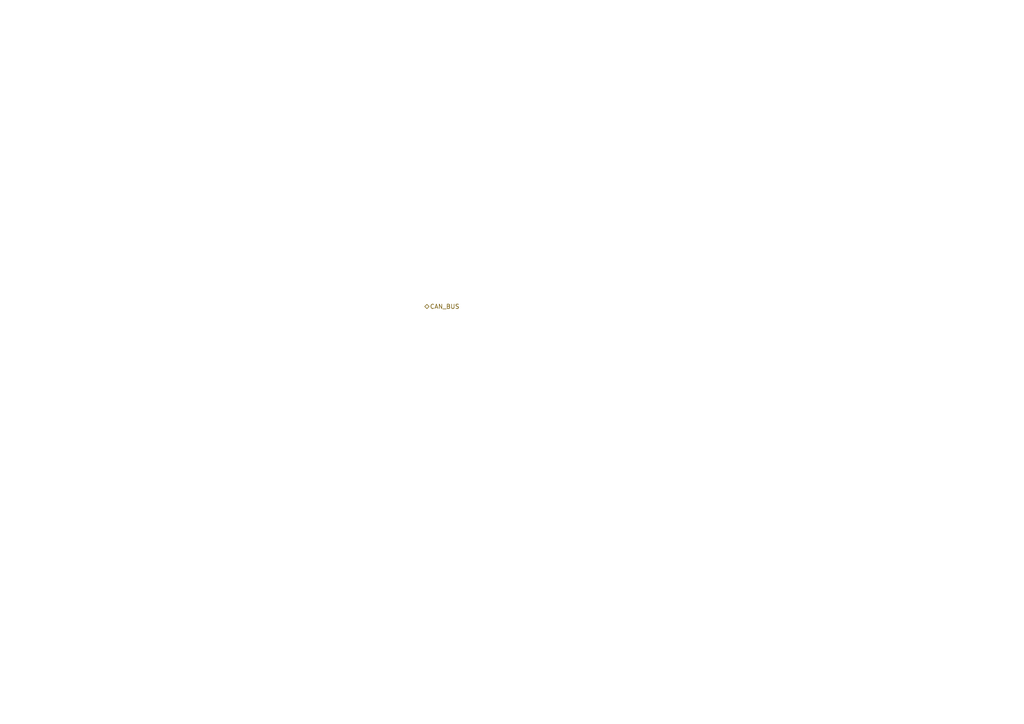
<source format=kicad_sch>
(kicad_sch (version 20211123) (generator eeschema)
  (paper "A4")
  (lib_symbols)
  (hierarchical_label "CAN_BUS" (shape tri_state) (at 123.19 88.9 0))
)
</source>
